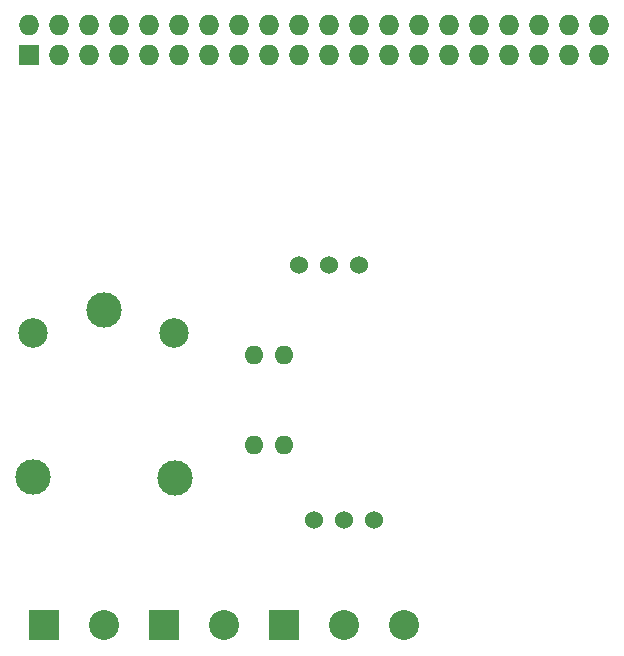
<source format=gbs>
G04 #@! TF.FileFunction,Soldermask,Bot*
%FSLAX46Y46*%
G04 Gerber Fmt 4.6, Leading zero omitted, Abs format (unit mm)*
G04 Created by KiCad (PCBNEW 4.0.4-stable) date Thursday 06 October 2016 23:28:34*
%MOMM*%
%LPD*%
G01*
G04 APERTURE LIST*
%ADD10C,0.100000*%
%ADD11C,2.500000*%
%ADD12C,3.000000*%
%ADD13R,2.540000X2.540000*%
%ADD14C,2.540000*%
%ADD15C,1.524000*%
%ADD16R,1.727200X1.727200*%
%ADD17O,1.727200X1.727200*%
%ADD18O,1.600000X1.600000*%
G04 APERTURE END LIST*
D10*
D11*
X113610000Y-99840000D03*
D12*
X113610000Y-112040000D03*
X125660000Y-112090000D03*
D11*
X125610000Y-99840000D03*
D12*
X119660000Y-97890000D03*
D13*
X134900000Y-124560000D03*
D14*
X139980000Y-124560000D03*
X145060000Y-124560000D03*
D15*
X138710000Y-94080000D03*
X141250000Y-94080000D03*
X136170000Y-94080000D03*
D16*
X113310000Y-76300000D03*
D17*
X113310000Y-73760000D03*
X115850000Y-76300000D03*
X115850000Y-73760000D03*
X118390000Y-76300000D03*
X118390000Y-73760000D03*
X120930000Y-76300000D03*
X120930000Y-73760000D03*
X123470000Y-76300000D03*
X123470000Y-73760000D03*
X126010000Y-76300000D03*
X126010000Y-73760000D03*
X128550000Y-76300000D03*
X128550000Y-73760000D03*
X131090000Y-76300000D03*
X131090000Y-73760000D03*
X133630000Y-76300000D03*
X133630000Y-73760000D03*
X136170000Y-76300000D03*
X136170000Y-73760000D03*
X138710000Y-76300000D03*
X138710000Y-73760000D03*
X141250000Y-76300000D03*
X141250000Y-73760000D03*
X143790000Y-76300000D03*
X143790000Y-73760000D03*
X146330000Y-76300000D03*
X146330000Y-73760000D03*
X148870000Y-76300000D03*
X148870000Y-73760000D03*
X151410000Y-76300000D03*
X151410000Y-73760000D03*
X153950000Y-76300000D03*
X153950000Y-73760000D03*
X156490000Y-76300000D03*
X156490000Y-73760000D03*
X159030000Y-76300000D03*
X159030000Y-73760000D03*
X161570000Y-76300000D03*
X161570000Y-73760000D03*
D13*
X124740000Y-124560000D03*
D14*
X129820000Y-124560000D03*
D13*
X114580000Y-124560000D03*
D14*
X119660000Y-124560000D03*
D15*
X139980000Y-115670000D03*
X137440000Y-115670000D03*
X142520000Y-115670000D03*
D18*
X132360000Y-109320000D03*
X134900000Y-109320000D03*
X134900000Y-101700000D03*
X132360000Y-101700000D03*
M02*

</source>
